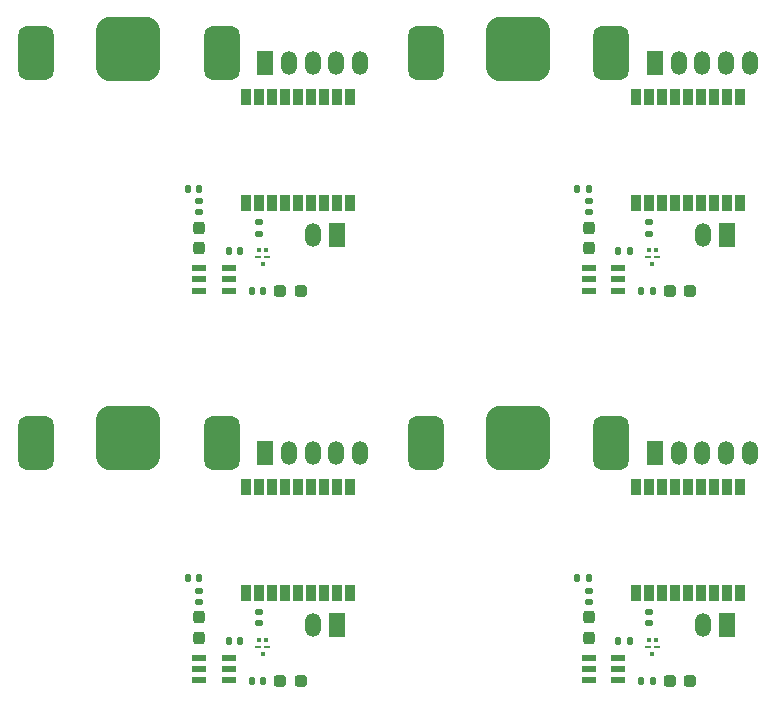
<source format=gbr>
%TF.GenerationSoftware,KiCad,Pcbnew,(6.0.4)*%
%TF.CreationDate,2022-09-16T03:15:39+09:00*%
%TF.ProjectId,gnssboard_p,676e7373-626f-4617-9264-5f702e6b6963,rev?*%
%TF.SameCoordinates,Original*%
%TF.FileFunction,Paste,Top*%
%TF.FilePolarity,Positive*%
%FSLAX46Y46*%
G04 Gerber Fmt 4.6, Leading zero omitted, Abs format (unit mm)*
G04 Created by KiCad (PCBNEW (6.0.4)) date 2022-09-16 03:15:39*
%MOMM*%
%LPD*%
G01*
G04 APERTURE LIST*
G04 Aperture macros list*
%AMRoundRect*
0 Rectangle with rounded corners*
0 $1 Rounding radius*
0 $2 $3 $4 $5 $6 $7 $8 $9 X,Y pos of 4 corners*
0 Add a 4 corners polygon primitive as box body*
4,1,4,$2,$3,$4,$5,$6,$7,$8,$9,$2,$3,0*
0 Add four circle primitives for the rounded corners*
1,1,$1+$1,$2,$3*
1,1,$1+$1,$4,$5*
1,1,$1+$1,$6,$7*
1,1,$1+$1,$8,$9*
0 Add four rect primitives between the rounded corners*
20,1,$1+$1,$2,$3,$4,$5,0*
20,1,$1+$1,$4,$5,$6,$7,0*
20,1,$1+$1,$6,$7,$8,$9,0*
20,1,$1+$1,$8,$9,$2,$3,0*%
G04 Aperture macros list end*
%ADD10RoundRect,0.140000X0.170000X-0.140000X0.170000X0.140000X-0.170000X0.140000X-0.170000X-0.140000X0*%
%ADD11O,1.350000X2.000000*%
%ADD12R,1.350000X2.000000*%
%ADD13R,1.250000X0.600000*%
%ADD14RoundRect,0.237500X-0.237500X0.287500X-0.237500X-0.287500X0.237500X-0.287500X0.237500X0.287500X0*%
%ADD15RoundRect,0.140000X0.140000X0.170000X-0.140000X0.170000X-0.140000X-0.170000X0.140000X-0.170000X0*%
%ADD16RoundRect,0.237500X-0.287500X-0.237500X0.287500X-0.237500X0.287500X0.237500X-0.287500X0.237500X0*%
%ADD17RoundRect,0.140000X-0.170000X0.140000X-0.170000X-0.140000X0.170000X-0.140000X0.170000X0.140000X0*%
%ADD18RoundRect,0.140000X-0.140000X-0.170000X0.140000X-0.170000X0.140000X0.170000X-0.140000X0.170000X0*%
%ADD19R,0.525000X0.250000*%
%ADD20R,0.325000X0.425000*%
%ADD21R,0.850000X1.450000*%
%ADD22RoundRect,0.750000X-0.750000X-1.550000X0.750000X-1.550000X0.750000X1.550000X-0.750000X1.550000X0*%
%ADD23RoundRect,1.375000X-1.375000X-1.375000X1.375000X-1.375000X1.375000X1.375000X-1.375000X1.375000X0*%
G04 APERTURE END LIST*
D10*
%TO.C,C41*%
X164089000Y-96896200D03*
X164089000Y-97856200D03*
%TD*%
D11*
%TO.C,J14*%
X168667600Y-97957800D03*
D12*
X170667600Y-97957800D03*
%TD*%
D13*
%TO.C,IC15*%
X161503600Y-100792400D03*
X161503600Y-101742400D03*
X161503600Y-102692400D03*
X159003600Y-102692400D03*
X159003600Y-101742400D03*
X159003600Y-100792400D03*
%TD*%
D14*
%TO.C,L7*%
X159009000Y-99112200D03*
X159009000Y-97362200D03*
%TD*%
D15*
%TO.C,C39*%
X158043800Y-94046200D03*
X159003800Y-94046200D03*
%TD*%
D16*
%TO.C,L8*%
X167605600Y-102707600D03*
X165855600Y-102707600D03*
%TD*%
D11*
%TO.C,J15*%
X172620000Y-83450000D03*
X170620000Y-83450000D03*
X168620000Y-83450000D03*
X166620000Y-83450000D03*
D12*
X164620000Y-83450000D03*
%TD*%
D17*
%TO.C,C40*%
X159009000Y-96050200D03*
X159009000Y-95090200D03*
%TD*%
D18*
%TO.C,C42*%
X164416600Y-102707600D03*
X163456600Y-102707600D03*
%TD*%
%TO.C,C43*%
X162460800Y-99329400D03*
X161500800Y-99329400D03*
%TD*%
D19*
%TO.C,FL4*%
X164000800Y-99837400D03*
D20*
X164100800Y-99249400D03*
X164674800Y-99249400D03*
D19*
X164774800Y-99837400D03*
D20*
X164387800Y-100425400D03*
%TD*%
D21*
%TO.C,IC13*%
X171791000Y-95295000D03*
X170691000Y-95295000D03*
X169591000Y-95295000D03*
X168491000Y-95295000D03*
X167391000Y-95295000D03*
X166291000Y-95295000D03*
X165191000Y-95295000D03*
X164091000Y-95295000D03*
X162991000Y-95295000D03*
X162991000Y-86295000D03*
X164091000Y-86295000D03*
X165191000Y-86295000D03*
X166291000Y-86295000D03*
X167391000Y-86295000D03*
X168491000Y-86295000D03*
X169591000Y-86295000D03*
X170691000Y-86295000D03*
X171791000Y-86295000D03*
%TD*%
D22*
%TO.C,U5*%
X145215400Y-82601138D03*
X160915400Y-82601138D03*
D23*
X152965400Y-82201138D03*
%TD*%
D10*
%TO.C,C36*%
X131089000Y-96896200D03*
X131089000Y-97856200D03*
%TD*%
D11*
%TO.C,J12*%
X135667600Y-97957800D03*
D12*
X137667600Y-97957800D03*
%TD*%
D13*
%TO.C,IC12*%
X128503600Y-100792400D03*
X128503600Y-101742400D03*
X128503600Y-102692400D03*
X126003600Y-102692400D03*
X126003600Y-101742400D03*
X126003600Y-100792400D03*
%TD*%
D14*
%TO.C,L5*%
X126009000Y-99112200D03*
X126009000Y-97362200D03*
%TD*%
D15*
%TO.C,C34*%
X125043800Y-94046200D03*
X126003800Y-94046200D03*
%TD*%
D16*
%TO.C,L6*%
X134605600Y-102707600D03*
X132855600Y-102707600D03*
%TD*%
D11*
%TO.C,J13*%
X139620000Y-83450000D03*
X137620000Y-83450000D03*
X135620000Y-83450000D03*
X133620000Y-83450000D03*
D12*
X131620000Y-83450000D03*
%TD*%
D17*
%TO.C,C35*%
X126009000Y-96050200D03*
X126009000Y-95090200D03*
%TD*%
D18*
%TO.C,C37*%
X131416600Y-102707600D03*
X130456600Y-102707600D03*
%TD*%
%TO.C,C38*%
X129460800Y-99329400D03*
X128500800Y-99329400D03*
%TD*%
D19*
%TO.C,FL3*%
X131000800Y-99837400D03*
D20*
X131100800Y-99249400D03*
X131674800Y-99249400D03*
D19*
X131774800Y-99837400D03*
D20*
X131387800Y-100425400D03*
%TD*%
D21*
%TO.C,IC10*%
X138791000Y-95295000D03*
X137691000Y-95295000D03*
X136591000Y-95295000D03*
X135491000Y-95295000D03*
X134391000Y-95295000D03*
X133291000Y-95295000D03*
X132191000Y-95295000D03*
X131091000Y-95295000D03*
X129991000Y-95295000D03*
X129991000Y-86295000D03*
X131091000Y-86295000D03*
X132191000Y-86295000D03*
X133291000Y-86295000D03*
X134391000Y-86295000D03*
X135491000Y-86295000D03*
X136591000Y-86295000D03*
X137691000Y-86295000D03*
X138791000Y-86295000D03*
%TD*%
D22*
%TO.C,U4*%
X112215400Y-82601138D03*
X127915400Y-82601138D03*
D23*
X119965400Y-82201138D03*
%TD*%
D10*
%TO.C,C31*%
X164089000Y-63896200D03*
X164089000Y-64856200D03*
%TD*%
D11*
%TO.C,J10*%
X168667600Y-64957800D03*
D12*
X170667600Y-64957800D03*
%TD*%
D13*
%TO.C,IC9*%
X161503600Y-67792400D03*
X161503600Y-68742400D03*
X161503600Y-69692400D03*
X159003600Y-69692400D03*
X159003600Y-68742400D03*
X159003600Y-67792400D03*
%TD*%
D14*
%TO.C,L3*%
X159009000Y-66112200D03*
X159009000Y-64362200D03*
%TD*%
D15*
%TO.C,C26*%
X158043800Y-61046200D03*
X159003800Y-61046200D03*
%TD*%
D16*
%TO.C,L4*%
X167605600Y-69707600D03*
X165855600Y-69707600D03*
%TD*%
D11*
%TO.C,J11*%
X172620000Y-50450000D03*
X170620000Y-50450000D03*
X168620000Y-50450000D03*
X166620000Y-50450000D03*
D12*
X164620000Y-50450000D03*
%TD*%
D17*
%TO.C,C30*%
X159009000Y-63050200D03*
X159009000Y-62090200D03*
%TD*%
D18*
%TO.C,C32*%
X164416600Y-69707600D03*
X163456600Y-69707600D03*
%TD*%
%TO.C,C33*%
X162460800Y-66329400D03*
X161500800Y-66329400D03*
%TD*%
D19*
%TO.C,FL2*%
X164000800Y-66837400D03*
D20*
X164100800Y-66249400D03*
X164674800Y-66249400D03*
D19*
X164774800Y-66837400D03*
D20*
X164387800Y-67425400D03*
%TD*%
D21*
%TO.C,IC7*%
X171791000Y-62295000D03*
X170691000Y-62295000D03*
X169591000Y-62295000D03*
X168491000Y-62295000D03*
X167391000Y-62295000D03*
X166291000Y-62295000D03*
X165191000Y-62295000D03*
X164091000Y-62295000D03*
X162991000Y-62295000D03*
X162991000Y-53295000D03*
X164091000Y-53295000D03*
X165191000Y-53295000D03*
X166291000Y-53295000D03*
X167391000Y-53295000D03*
X168491000Y-53295000D03*
X169591000Y-53295000D03*
X170691000Y-53295000D03*
X171791000Y-53295000D03*
%TD*%
D22*
%TO.C,U3*%
X145215400Y-49601138D03*
X160915400Y-49601138D03*
D23*
X152965400Y-49201138D03*
%TD*%
D15*
%TO.C,C24*%
X125043800Y-61046200D03*
X126003800Y-61046200D03*
%TD*%
D14*
%TO.C,L1*%
X126009000Y-66112200D03*
X126009000Y-64362200D03*
%TD*%
D10*
%TO.C,C27*%
X131089000Y-63896200D03*
X131089000Y-64856200D03*
%TD*%
D13*
%TO.C,IC6*%
X128503600Y-67792400D03*
X128503600Y-68742400D03*
X128503600Y-69692400D03*
X126003600Y-69692400D03*
X126003600Y-68742400D03*
X126003600Y-67792400D03*
%TD*%
D11*
%TO.C,J8*%
X135667600Y-64957800D03*
D12*
X137667600Y-64957800D03*
%TD*%
D18*
%TO.C,C29*%
X129460800Y-66329400D03*
X128500800Y-66329400D03*
%TD*%
D16*
%TO.C,L2*%
X134605600Y-69707600D03*
X132855600Y-69707600D03*
%TD*%
D11*
%TO.C,J9*%
X139620000Y-50450000D03*
X137620000Y-50450000D03*
X135620000Y-50450000D03*
X133620000Y-50450000D03*
D12*
X131620000Y-50450000D03*
%TD*%
D18*
%TO.C,C28*%
X131416600Y-69707600D03*
X130456600Y-69707600D03*
%TD*%
D17*
%TO.C,C25*%
X126009000Y-63050200D03*
X126009000Y-62090200D03*
%TD*%
D19*
%TO.C,FL1*%
X131000800Y-66837400D03*
D20*
X131100800Y-66249400D03*
X131674800Y-66249400D03*
D19*
X131774800Y-66837400D03*
D20*
X131387800Y-67425400D03*
%TD*%
D22*
%TO.C,U2*%
X112215400Y-49601138D03*
X127915400Y-49601138D03*
D23*
X119965400Y-49201138D03*
%TD*%
D21*
%TO.C,IC4*%
X138791000Y-62295000D03*
X137691000Y-62295000D03*
X136591000Y-62295000D03*
X135491000Y-62295000D03*
X134391000Y-62295000D03*
X133291000Y-62295000D03*
X132191000Y-62295000D03*
X131091000Y-62295000D03*
X129991000Y-62295000D03*
X129991000Y-53295000D03*
X131091000Y-53295000D03*
X132191000Y-53295000D03*
X133291000Y-53295000D03*
X134391000Y-53295000D03*
X135491000Y-53295000D03*
X136591000Y-53295000D03*
X137691000Y-53295000D03*
X138791000Y-53295000D03*
%TD*%
M02*

</source>
